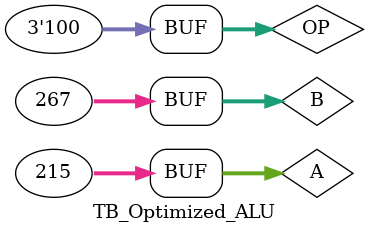
<source format=v>
module TB_Optimized_ALU();
parameter N=32;
reg [N-1:0]A,B;
reg [2:0]OP;
wire [N-1:0]C;
wire OV;
Optimized_ALU #(.N(N)) DUT1(.A(A),.B(B),.C(C),.OP(OP),.OV(OV));
initial begin
    A=32'd345;B=32'd234;OP=3'b000;
#10 A=32'd213;B=32'd345;OP=3'b000;
#10 A=32'd672;B=32'd85;OP=3'b001;
#10 A=32'd341;B=32'd943;OP=3'b001;
#10 A=32'd437;B=32'd768;OP=3'b010;
#10 A=32'd922;B=32'd346;OP=3'b010;
#10 A=32'd962;B=32'd123;OP=3'b011;
#10 A=32'd424;B=32'd254;OP=3'b011;
#10 A=32'd67;B=32'd24;OP=3'b100;
#10 A=32'd215;B=32'd267;OP=3'b100;
end

endmodule
</source>
